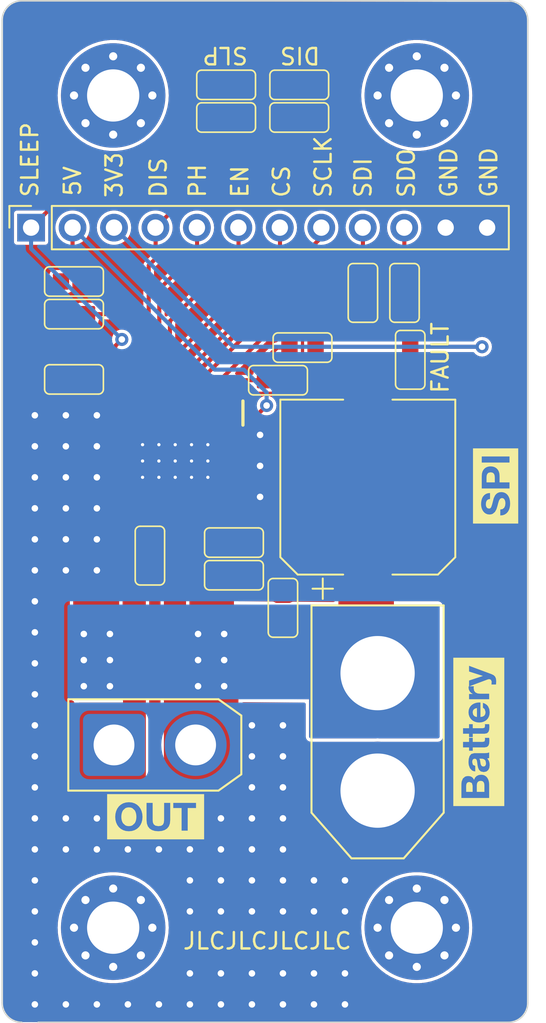
<source format=kicad_pcb>
(kicad_pcb (version 20221018) (generator pcbnew)
  (layers (0 "F.Cu" signal) (31 "B.Cu" signal) (34 "B.Paste" user) (35 "F.Paste" user) (36 "B.SilkS" user "B.Silkscreen") (37 "F.SilkS" user "F.Silkscreen") (38 "B.Mask" user) (39 "F.Mask" user) (44 "Edge.Cuts" user))
  (net 0 "")
  (net 1 "GND")
  (net 2 "+3V3")
  (net 3 "+12V")
  (net 4 "+5V")
  (net 5 "Net-(U1-CPH)")
  (net 6 "Net-(U1-CPL)")
  (net 7 "/OUT1")
  (net 8 "/OUT2")
  (net 9 "/nFAULT")
  (net 10 "/nSLEEP")
  (net 11 "Net-(U1-SRC_1)")
  (net 12 "/M SDO")
  (net 13 "/M SDI")
  (net 14 "/M SCLK")
  (net 15 "/EN{slash}IN1")
  (net 16 "/PH{slash}IN2")
  (net 17 "/DISABLE")
  (net 18 "/M CS")
  (net 19 "Net-(U1-SDO)")
  (net 20 "Net-(U1-SDI)")
  (net 21 "Net-(D1-K)")
  (net 22 "/VCP")
  (net 23 "/IPROPI2")
  (net 24 "/IPROPI1")
  (net 29 "Net-(D2-K)")
  (net 30 "Net-(D3-K)")
  (footprint "MountingHole:MountingHole_3.2mm_M3_Pad_Via" (layer "F.Cu") (at 159.8 82.6)
    (fp_text reference "H4" hide)
    (fp_text value "MountingHole_Pad")
    (pad "1" thru_hole circle (at -2.4 0) (size 0.8 0.8) (drill 0.5) (layers "*.Cu" "*.Mask"))
    (pad "1" thru_hole circle (at -1.697056 -1.697056) (size 0.8 0.8) (drill 0.5) (layers "*.Cu" "*.Mask"))
    (pad "1" thru_hole circle (at -1.697056 1.697056) (size 0.8 0.8) (drill 0.5) (layers "*.Cu" "*.Mask"))
    (pad "1" thru_hole circle (at 0 -2.4) (size 0.8 0.8) (drill 0.5) (layers "*.Cu" "*.Mask"))
    (pad "1" thru_hole circle (at 0 0) (size 6.4 6.4) (drill 3.2) (layers "*.Cu" "*.Mask"))
    (pad "1" thru_hole circle (at 0 2.4) (size 0.8 0.8) (drill 0.5) (layers "*.Cu" "*.Mask"))
    (pad "1" thru_hole circle (at 1.697056 -1.697056) (size 0.8 0.8) (drill 0.5) (layers "*.Cu" "*.Mask"))
    (pad "1" thru_hole circle (at 1.697056 1.697056) (size 0.8 0.8) (drill 0.5) (layers "*.Cu" "*.Mask"))
    (pad "1" thru_hole circle (at 2.4 0) (size 0.8 0.8) (drill 0.5) (layers "*.Cu" "*.Mask"))
  )
  (footprint "test:led0603" (layer "F.Cu") (at 148.12 83.95 180)
    (fp_text reference "D3" hide)
    (fp_text value "LED")
    (pad "1" smd roundrect (at -0.8 0 180) (size 1 1) (layers "F.Cu" "F.Mask") (roundrect_rratio 0.1) (net 30 "Net-(D3-K)"))
    (pad "2" smd roundrect (at 0.8 0 180) (size 1 1) (layers "F.Cu" "F.Mask") (roundrect_rratio 0.1) (net 10 "/nSLEEP"))
  )
  (footprint "test:res0603" (layer "F.Cu") (at 138.8 100 180)
    (fp_text reference "R7" hide)
    (fp_text value "390")
    (pad "1" smd roundrect (at -0.8 0 180) (size 1 1) (layers "F.Cu" "F.Paste" "F.Mask") (roundrect_rratio 0.1) (net 23 "/IPROPI2"))
    (pad "2" smd roundrect (at 0.8 0 180) (size 1 1) (layers "F.Cu" "F.Paste" "F.Mask") (roundrect_rratio 0.1) (net 1 "GND"))
  )
  (footprint "test:res0603" (layer "F.Cu") (at 143.45 110.8 90)
    (fp_text reference "R4" hide)
    (fp_text value "0" hide)
    (pad "1" smd roundrect (at -0.8 0 90) (size 1 1) (layers "F.Cu" "F.Paste" "F.Mask") (roundrect_rratio 0.1) (net 1 "GND"))
    (pad "2" smd roundrect (at 0.8 0 90) (size 1 1) (layers "F.Cu" "F.Paste" "F.Mask") (roundrect_rratio 0.1) (net 11 "Net-(U1-SRC_1)"))
  )
  (footprint "MountingHole:MountingHole_3.2mm_M3_Pad_Via" (layer "F.Cu") (at 141.2 133.6)
    (fp_text reference "H2" hide)
    (fp_text value "MountingHole_Pad")
    (pad "1" thru_hole circle (at -2.4 0) (size 0.8 0.8) (drill 0.5) (layers "*.Cu" "*.Mask"))
    (pad "1" thru_hole circle (at -1.697056 -1.697056) (size 0.8 0.8) (drill 0.5) (layers "*.Cu" "*.Mask"))
    (pad "1" thru_hole circle (at -1.697056 1.697056) (size 0.8 0.8) (drill 0.5) (layers "*.Cu" "*.Mask"))
    (pad "1" thru_hole circle (at 0 -2.4) (size 0.8 0.8) (drill 0.5) (layers "*.Cu" "*.Mask"))
    (pad "1" thru_hole circle (at 0 0) (size 6.4 6.4) (drill 3.2) (layers "*.Cu" "*.Mask"))
    (pad "1" thru_hole circle (at 0 2.4) (size 0.8 0.8) (drill 0.5) (layers "*.Cu" "*.Mask"))
    (pad "1" thru_hole circle (at 1.697056 -1.697056) (size 0.8 0.8) (drill 0.5) (layers "*.Cu" "*.Mask"))
    (pad "1" thru_hole circle (at 1.697056 1.697056) (size 0.8 0.8) (drill 0.5) (layers "*.Cu" "*.Mask"))
    (pad "1" thru_hole circle (at 2.4 0) (size 0.8 0.8) (drill 0.5) (layers "*.Cu" "*.Mask"))
  )
  (footprint "test:led0603" (layer "F.Cu") (at 159.4 98.8 90)
    (fp_text reference "D1" hide)
    (fp_text value "LED")
    (pad "1" smd roundrect (at -0.8 0 90) (size 1 1) (layers "F.Cu" "F.Mask") (roundrect_rratio 0.1) (net 21 "Net-(D1-K)"))
    (pad "2" smd roundrect (at 0.8 0 90) (size 1 1) (layers "F.Cu" "F.Mask") (roundrect_rratio 0.1) (net 2 "+3V3"))
  )
  (footprint "Connector_PinSocket_2.54mm:PinSocket_1x12_P2.54mm_Vertical" (layer "F.Cu") (at 136.17 90.7 90)
    (fp_text reference "J3" hide)
    (fp_text value "Conn_01x12")
    (pad "1" thru_hole rect (at 0 0 90) (size 1.7 1.7) (drill 1) (layers "*.Cu" "*.Mask") (net 10 "/nSLEEP"))
    (pad "2" thru_hole oval (at 0 2.54 90) (size 1.7 1.7) (drill 1) (layers "*.Cu" "*.Mask") (net 4 "+5V"))
    (pad "3" thru_hole oval (at 0 5.08 90) (size 1.7 1.7) (drill 1) (layers "*.Cu" "*.Mask") (net 2 "+3V3"))
    (pad "4" thru_hole oval (at 0 7.62 90) (size 1.7 1.7) (drill 1) (layers "*.Cu" "*.Mask") (net 17 "/DISABLE"))
    (pad "5" thru_hole oval (at 0 10.16 90) (size 1.7 1.7) (drill 1) (layers "*.Cu" "*.Mask") (net 16 "/PH{slash}IN2"))
    (pad "6" thru_hole oval (at 0 12.7 90) (size 1.7 1.7) (drill 1) (layers "*.Cu" "*.Mask") (net 15 "/EN{slash}IN1"))
    (pad "7" thru_hole oval (at 0 15.24 90) (size 1.7 1.7) (drill 1) (layers "*.Cu" "*.Mask") (net 18 "/M CS"))
    (pad "8" thru_hole oval (at 0 17.78 90) (size 1.7 1.7) (drill 1) (layers "*.Cu" "*.Mask") (net 14 "/M SCLK"))
    (pad "9" thru_hole oval (at 0 20.32 90) (size 1.7 1.7) (drill 1) (layers "*.Cu" "*.Mask") (net 13 "/M SDI"))
    (pad "10" thru_hole oval (at 0 22.86 90) (size 1.7 1.7) (drill 1) (layers "*.Cu" "*.Mask") (net 12 "/M SDO"))
    (pad "11" thru_hole oval (at 0 25.4 90) (size 1.7 1.7) (drill 1) (layers "*.Cu" "*.Mask") (net 1 "GND"))
    (pad "12" thru_hole oval (at 0 27.94 90) (size 1.7 1.7) (drill 1) (layers "*.Cu" "*.Mask") (net 1 "GND"))
  )
  (footprint "test:AMASS_XT30-F" (layer "F.Cu") (at 143.75 122.4)
    (fp_text reference "J2" hide)
    (fp_text value "Conn_01x02" hide)
    (pad "1" thru_hole circle (at 2.5 0 180) (size 3.8 3.8) (drill 2.5) (layers "*.Cu" "*.Mask") (net 7 "/OUT1"))
    (pad "2" thru_hole roundrect (at -2.5 0 180) (size 3.8 3.8) (drill 2.5) (layers "*.Cu" "*.Mask") (roundrect_rratio 0.1) (net 8 "/OUT2"))
  )
  (footprint "test:cap0603" (layer "F.Cu") (at 148.6 110)
    (fp_text reference "C5" hide)
    (fp_text value "47n")
    (pad "1" smd roundrect (at -0.8 0) (size 1 1) (layers "F.Cu" "F.Paste" "F.Mask") (roundrect_rratio 0.1) (net 5 "Net-(U1-CPH)"))
    (pad "2" smd roundrect (at 0.8 0) (size 1 1) (layers "F.Cu" "F.Paste" "F.Mask") (roundrect_rratio 0.1) (net 6 "Net-(U1-CPL)"))
  )
  (footprint "MountingHole:MountingHole_3.2mm_M3_Pad_Via" (layer "F.Cu") (at 159.8 133.6)
    (fp_text reference "H3" hide)
    (fp_text value "MountingHole_Pad")
    (pad "1" thru_hole circle (at -2.4 0) (size 0.8 0.8) (drill 0.5) (layers "*.Cu" "*.Mask"))
    (pad "1" thru_hole circle (at -1.697056 -1.697056) (size 0.8 0.8) (drill 0.5) (layers "*.Cu" "*.Mask"))
    (pad "1" thru_hole circle (at -1.697056 1.697056) (size 0.8 0.8) (drill 0.5) (layers "*.Cu" "*.Mask"))
    (pad "1" thru_hole circle (at 0 -2.4) (size 0.8 0.8) (drill 0.5) (layers "*.Cu" "*.Mask"))
    (pad "1" thru_hole circle (at 0 0) (size 6.4 6.4) (drill 3.2) (layers "*.Cu" "*.Mask"))
    (pad "1" thru_hole circle (at 0 2.4) (size 0.8 0.8) (drill 0.5) (layers "*.Cu" "*.Mask"))
    (pad "1" thru_hole circle (at 1.697056 -1.697056) (size 0.8 0.8) (drill 0.5) (layers "*.Cu" "*.Mask"))
    (pad "1" thru_hole circle (at 1.697056 1.697056) (size 0.8 0.8) (drill 0.5) (layers "*.Cu" "*.Mask"))
    (pad "1" thru_hole circle (at 2.4 0) (size 0.8 0.8) (drill 0.5) (layers "*.Cu" "*.Mask"))
  )
  (footprint "test:res0603" (layer "F.Cu") (at 138.8 96 180)
    (fp_text reference "R8" hide)
    (fp_text value "390" hide)
    (pad "1" smd roundrect (at -0.8 0 180) (size 1 1) (layers "F.Cu" "F.Paste" "F.Mask") (roundrect_rratio 0.1) (net 24 "/IPROPI1"))
    (pad "2" smd roundrect (at 0.8 0 180) (size 1 1) (layers "F.Cu" "F.Paste" "F.Mask") (roundrect_rratio 0.1) (net 1 "GND"))
  )
  (footprint "test:SOP65P640X120-25N" (layer "F.Cu") (at 145 105 -90)
    (fp_text reference "U1" hide)
    (fp_text value "DRV8873SPWPRQ1" hide)
    (pad "1" smd roundrect (at -2.938 -3.575) (size 0.45 1.475) (layers "F.Cu" "F.Paste" "F.Mask") (net 4 "+5V"))
    (pad "2" smd roundrect (at -2.938 -2.925) (size 0.45 1.475) (layers "F.Cu" "F.Paste" "F.Mask") (net 9 "/nFAULT"))
    (pad "3" smd roundrect (at -2.938 -2.275) (size 0.45 1.475) (layers "F.Cu" "F.Paste" "F.Mask") (net 19 "Net-(U1-SDO)"))
    (pad "4" smd roundrect (at -2.938 -1.625) (size 0.45 1.475) (layers "F.Cu" "F.Paste" "F.Mask") (net 20 "Net-(U1-SDI)"))
    (pad "5" smd roundrect (at -2.938 -0.975) (size 0.45 1.475) (layers "F.Cu" "F.Paste" "F.Mask") (net 14 "/M SCLK"))
    (pad "6" smd roundrect (at -2.938 -0.325) (size 0.45 1.475) (layers "F.Cu" "F.Paste" "F.Mask") (net 18 "/M CS"))
    (pad "7" smd roundrect (at -2.938 0.325) (size 0.45 1.475) (layers "F.Cu" "F.Paste" "F.Mask") (net 15 "/EN{slash}IN1"))
    (pad "8" smd roundrect (at -2.938 0.975) (size 0.45 1.475) (layers "F.Cu" "F.Paste" "F.Mask") (net 16 "/PH{slash}IN2"))
    (pad "9" smd roundrect (at -2.938 1.625) (size 0.45 1.475) (layers "F.Cu" "F.Paste" "F.Mask") (net 17 "/DISABLE"))
    (pad "10" smd roundrect (at -2.938 2.275) (size 0.45 1.475) (layers "F.Cu" "F.Paste" "F.Mask") (net 24 "/IPROPI1"))
    (pad "11" smd roundrect (at -2.938 2.925) (size 0.45 1.475) (layers "F.Cu" "F.Paste" "F.Mask") (net 10 "/nSLEEP"))
    (pad "12" smd roundrect (at -2.938 3.575) (size 0.45 1.475) (layers "F.Cu" "F.Paste" "F.Mask") (net 23 "/IPROPI2"))
    (pad "13" smd roundrect (at 2.938 3.575) (size 0.45 1.475) (layers "F.Cu" "F.Paste" "F.Mask") (net 3 "+12V"))
    (pad "14" smd roundrect (at 2.938 2.925) (size 0.45 1.475) (layers "F.Cu" "F.Paste" "F.Mask") (net 8 "/OUT2"))
    (pad "15" smd roundrect (at 2.938 2.275) (size 0.45 1.475) (layers "F.Cu" "F.Paste" "F.Mask") (net 8 "/OUT2"))
    (pad "16" smd roundrect (at 2.938 1.625) (size 0.45 1.475) (layers "F.Cu" "F.Paste" "F.Mask") (net 11 "Net-(U1-SRC_1)"))
    (pad "17" smd roundrect (at 2.938 0.975) (size 0.45 1.475) (layers "F.Cu" "F.Paste" "F.Mask") (net 11 "Net-(U1-SRC_1)"))
    (pad "18" smd roundrect (at 2.938 0.325) (size 0.45 1.475) (layers "F.Cu" "F.Paste" "F.Mask") (net 7 "/OUT1"))
    (pad "19" smd roundrect (at 2.938 -0.325) (size 0.45 1.475) (layers "F.Cu" "F.Paste" "F.Mask") (net 7 "/OUT1"))
    (pad "20" smd roundrect (at 2.938 -0.975) (size 0.45 1.475) (layers "F.Cu" "F.Paste" "F.Mask") (net 3 "+12V"))
    (pad "21" smd roundrect (at 2.938 -1.625) (size 0.45 1.475) (layers "F.Cu" "F.Paste" "F.Mask") (net 22 "/VCP"))
    (pad "22" smd roundrect (at 2.938 -2.275) (size 0.45 1.475) (layers "F.Cu" "F.Paste" "F.Mask") (net 5 "Net-(U1-CPH)"))
    (pad "23" smd roundrect (at 2.938 -2.925) (size 0.45 1.475) (layers "F.Cu" "F.Paste" "F.Mask") (net 6 "Net-(U1-CPL)"))
    (pad "24" smd roundrect (at 2.938 -3.575) (size 0.45 1.475) (layers "F.Cu" "F.Paste" "F.Mask") (net 1 "GND"))
    (pad "25" thru_hole circle (at -1 -2 270) (size 0.4 0.4) (drill 0.2) (layers "*.Cu" "*.Mask") (net 1 "GND"))
    (pad "25" thru_hole circle (at -1 -1 270) (size 0.4 0.4) (drill 0.2) (layers "*.Cu" "*.Mask") (net 1 "GND"))
    (pad "25" thru_hole circle (at -1 0 270) (size 0.4 0.4) (drill 0.2) (layers "*.Cu" "*.Mask") (net 1 "GND"))
    (pad "25" thru_hole circle (at -1 1 270) (size 0.4 0.4) (drill 0.2) (layers "*.Cu" "*.Mask") (net 1 "GND"))
    (pad "25" thru_hole circle (at -1 2 270) (size 0.4 0.4) (drill 0.2) (layers "*.Cu" "*.Mask") (net 1 "GND"))
    (pad "25" thru_hole circle (at 0 -2 270) (size 0.4 0.4) (drill 0.2) (layers "*.Cu" "*.Mask") (net 1 "GND"))
    (pad "25" thru_hole circle (at 0 -1 270) (size 0.4 0.4) (drill 0.2) (layers "*.Cu" "*.Mask") (net 1 "GND"))
    (pad "25" thru_hole circle (at 0 0 270) (size 0.4 0.4) (drill 0.2) (layers "*.Cu" "*.Mask") (net 1 "GND"))
    (pad "25" smd roundrect (at 0 0 270) (size 3.2 5.2) (layers "F.Cu" "F.Paste" "F.Mask") (roundrect_rratio 0.05) (net 1 "GND"))
    (pad "25" thru_hole circle (at 0 1 270) (size 0.4 0.4) (drill 0.2) (layers "*.Cu" "*.Mask") (net 1 "GND"))
    (pad "25" thru_hole circle (at 0 2 270) (size 0.4 0.4) (drill 0.2) (layers "*.Cu" "*.Mask") (net 1 "GND"))
    (pad "25" thru_hole circle (at 1 -2 270) (size 0.4 0.4) (drill 0.2) (layers "*.Cu" "*.Mask") (net 1 "GND"))
    (pad "25" thru_hole circle (at 1 -1 270) (size 0.4 0.4) (drill 0.2) (layers "*.Cu" "*.Mask") (net 1 "GND"))
    (pad "25" thru_hole circle (at 1 0 270) (size 0.4 0.4) (drill 0.2) (layers "*.Cu" "*.Mask") (net 1 "GND"))
    (pad "25" thru_hole circle (at 1 1 270) (size 0.4 0.4) (drill 0.2) (layers "*.Cu" "*.Mask") (net 1 "GND"))
    (pad "25" thru_hole circle (at 1 2 270) (size 0.4 0.4) (drill 0.2) (layers "*.Cu" "*.Mask") (net 1 "GND"))
  )
  (footprint "test:res0603" (layer "F.Cu") (at 148.12 81.95 180)
    (fp_text reference "R9" hide)
    (fp_text value "330")
    (pad "1" smd roundrect (at -0.8 0 180) (size 1 1) (layers "F.Cu" "F.Paste" "F.Mask") (roundrect_rratio 0.1) (net 30 "Net-(D3-K)"))
    (pad "2" smd roundrect (at 0.8 0 180) (size 1 1) (layers "F.Cu" "F.Paste" "F.Mask") (roundrect_rratio 0.1) (net 1 "GND"))
  )
  (footprint "test:cap0603" (layer "F.Cu") (at 138.8 94)
    (fp_text reference "C2" hide)
    (fp_text value "1u")
    (pad "1" smd roundrect (at -0.8 0) (size 1 1) (layers "F.Cu" "F.Paste" "F.Mask") (roundrect_rratio 0.1) (net 4 "+5V"))
    (pad "2" smd roundrect (at 0.8 0) (size 1 1) (layers "F.Cu" "F.Paste" "F.Mask") (roundrect_rratio 0.1) (net 1 "GND"))
  )
  (footprint "test:res0603" (layer "F.Cu") (at 159.05 94.7 90)
    (fp_text reference "R5" hide)
    (fp_text value "0" hide)
    (pad "1" smd roundrect (at -0.8 0 90) (size 1 1) (layers "F.Cu" "F.Paste" "F.Mask") (roundrect_rratio 0.1) (net 19 "Net-(U1-SDO)"))
    (pad "2" smd roundrect (at 0.8 0 90) (size 1 1) (layers "F.Cu" "F.Paste" "F.Mask") (roundrect_rratio 0.1) (net 12 "/M SDO"))
  )
  (footprint "test:cap0603" (layer "F.Cu") (at 151.6 114 90)
    (fp_text reference "C4" hide)
    (fp_text value "0u1")
    (pad "1" smd roundrect (at -0.8 0 90) (size 1 1) (layers "F.Cu" "F.Paste" "F.Mask") (roundrect_rratio 0.1) (net 3 "+12V"))
    (pad "2" smd roundrect (at 0.8 0 90) (size 1 1) (layers "F.Cu" "F.Paste" "F.Mask") (roundrect_rratio 0.1) (net 1 "GND"))
  )
  (footprint "test:res0603" (layer "F.Cu") (at 152.8 98.05 180)
    (fp_text reference "R2" hide)
    (fp_text value "10K" hide)
    (pad "1" smd roundrect (at -0.8 0 180) (size 1 1) (layers "F.Cu" "F.Paste" "F.Mask") (roundrect_rratio 0.1) (net 2 "+3V3"))
    (pad "2" smd roundrect (at 0.8 0 180) (size 1 1) (layers "F.Cu" "F.Paste" "F.Mask") (roundrect_rratio 0.1) (net 9 "/nFAULT"))
  )
  (footprint "test:cap0603" (layer "F.Cu") (at 148.6 112)
    (fp_text reference "C1" hide)
    (fp_text value "1u")
    (pad "1" smd roundrect (at -0.8 0) (size 1 1) (layers "F.Cu" "F.Paste" "F.Mask") (roundrect_rratio 0.1) (net 3 "+12V"))
    (pad "2" smd roundrect (at 0.8 0) (size 1 1) (layers "F.Cu" "F.Paste" "F.Mask") (roundrect_rratio 0.1) (net 22 "/VCP"))
  )
  (footprint "test:res0603" (layer "F.Cu") (at 151.3 100.05 180)
    (fp_text reference "R1" hide)
    (fp_text value "330" hide)
    (pad "1" smd roundrect (at -0.8 0 180) (size 1 1) (layers "F.Cu" "F.Paste" "F.Mask") (roundrect_rratio 0.1) (net 21 "Net-(D1-K)"))
    (pad "2" smd roundrect (at 0.8 0 180) (size 1 1) (layers "F.Cu" "F.Paste" "F.Mask") (roundrect_rratio 0.1) (net 9 "/nFAULT"))
  )
  (footprint "kibuzzard-6569A174" (layer "F.Cu") (at 143.8 126.8)
    (fp_text reference "kibuzzard-6569A174" hide)
    (fp_text value "G***" hide)
  )
  (footprint "test:res0603" (layer "F.Cu") (at 152.6 81.95 180)
    (fp_text reference "R3" hide)
    (fp_text value "330" hide)
    (pad "1" smd roundrect (at -0.8 0 180) (size 1 1) (layers "F.Cu" "F.Paste" "F.Mask") (roundrect_rratio 0.1) (net 29 "Net-(D2-K)"))
    (pad "2" smd roundrect (at 0.8 0 180) (size 1 1) (layers "F.Cu" "F.Paste" "F.Mask") (roundrect_rratio 0.1) (net 1 "GND"))
  )
  (footprint "test:AMASS_XT60-M" (layer "F.Cu") (at 157.4 121.6 -90)
    (fp_text reference "J1" hide)
    (fp_text value "Conn_01x02" hide)
    (pad "1" thru_hole circle (at 3.6 0 270) (size 6 6) (drill 4.55) (layers "*.Cu" "*.Mask") (net 1 "GND"))
    (pad "2" thru_hole rect (at -3.6 0 270) (size 6 6) (drill 4.55) (layers "*.Cu" "*.Mask") (net 3 "+12V"))
  )
  (footprint "test:led0603" (layer "F.Cu") (at 152.6 83.95 180)
    (fp_text reference "D2" hide)
    (fp_text value "LED")
    (pad "1" smd roundrect (at -0.8 0 180) (size 1 1) (layers "F.Cu" "F.Mask") (roundrect_rratio 0.1) (net 29 "Net-(D2-K)"))
    (pad "2" smd roundrect (at 0.8 0 180) (size 1 1) (layers "F.Cu" "F.Mask") (roundrect_rratio 0.1) (net 17 "/DISABLE"))
  )
  (footprint "Capacitor_SMD:CP_Elec_10x10.5" (layer "F.Cu") (at 156.8 106.599999 90)
    (fp_text reference "C3" hide)
    (fp_text value "470u")
    (pad "1" smd roundrect (at -4.2 0 90) (size 4.4 2.5) (layers "F.Cu" "F.Paste" "F.Mask") (roundrect_rratio 0.1) (net 3 "+12V"))
    (pad "2" smd roundrect (at 4.2 0 90) (size 4.4 2.5) (layers "F.Cu" "F.Paste" "F.Mask") (roundrect_rratio 0.1) (net 1 "GND"))
  )
  (footprint "kibuzzard-6569A163" (layer "F.Cu") (at 163.6 121.6 90)
    (fp_text reference "kibuzzard-6569A163" hide)
    (fp_text value "G***" hide)
  )
  (footprint "test:res0603" (layer "F.Cu") (at 156.5 94.7 -90)
    (fp_text reference "R6" hide)
    (fp_text value "0" hide)
    (pad "1" smd roundrect (at -0.8 0 270) (size 1 1) (layers "F.Cu" "F.Paste" "F.Mask") (roundrect_rratio 0.1) (net 13 "/M SDI"))
    (pad "2" smd roundrect (at 0.8 0 270) (size 1 1) (layers "F.Cu" "F.Paste" "F.Mask") (roundrect_rratio 0.1) (net 20 "Net-(U1-SDI)"))
  )
  (footprint "MountingHole:MountingHole_3.2mm_M3_Pad_Via" (layer "F.Cu") (at 141.2 82.6)
    (fp_text reference "H1" hide)
    (fp_text value "MountingHole_Pad")
    (pad "1" thru_hole circle (at -2.4 0) (size 0.8 0.8) (drill 0.5) (layers "*.Cu" "*.Mask"))
    (pad "1" thru_hole circle (at -1.697056 -1.697056) (size 0.8 0.8) (drill 0.5) (layers "*.Cu" "*.Mask"))
    (pad "1" thru_hole circle (at -1.697056 1.697056) (size 0.8 0.8) (drill 0.5) (layers "*.Cu" "*.Mask"))
    (pad "1" thru_hole circle (at 0 -2.4) (size 0.8 0.8) (drill 0.5) (layers "*.Cu" "*.Mask"))
    (pad "1" thru_hole circle (at 0 0) (size 6.4 6.4) (drill 3.2) (layers "*.Cu" "*.Mask"))
    (pad "1" thru_hole circle (at 0 2.4) (size 0.8 0.8) (drill 0.5) (layers "*.Cu" "*.Mask"))
    (pad "1" thru_hole circle (at 1.697056 -1.697056) (size 0.8 0.8) (drill 0.5) (layers "*.Cu" "*.Mask"))
    (pad "1" thru_hole circle (at 1.697056 1.697056) (size 0.8 0.8) (drill 0.5) (layers "*.Cu" "*.Mask"))
    (pad "1" thru_hole circle (at 2.4 0) (size 0.8 0.8) (drill 0.5) (layers "*.Cu" "*.Mask"))
  )
  (footprint "kibuzzard-656D5CE4" (layer "F.Cu") (at 164.63 106.53 90)
    (fp_text reference "kibuzzard-656D5CE4" hide)
    (fp_text value "G***" hide)
  )
  (gr_line (start 166.6 78) (end 166.6 138.2) (stroke (width 0.1)) (layer "Edge.Cuts"))
  (gr_line (start 134.4 138.2) (end 134.4 78) (stroke (width 0.1)) (layer "Edge.Cuts"))
  (gr_line (start 165.4 139.4) (end 136.6 139.4) (stroke (width 0.1)) (layer "Edge.Cuts"))
  (gr_arc (start 165.4 76.8) (mid 166.248528 77.151472) (end 166.6 78) (stroke (width 0.1)) (layer "Edge.Cuts"))
  (gr_line (start 135.6 76.8) (end 165.4 76.8) (stroke (width 0.1)) (layer "Edge.Cuts"))
  (gr_arc (start 135.6 139.4) (mid 134.751472 139.048528) (end 134.4 138.2) (stroke (width 0.1)) (layer "Edge.Cuts"))
  (gr_arc (start 134.4 78) (mid 134.751472 77.151472) (end 135.6 76.8) (stroke (width 0.1)) (layer "Edge.Cuts"))
  (gr_arc (start 166.6 138.2) (mid 166.248528 139.048528) (end 165.4 139.4) (stroke (width 0.1)) (layer "Edge.Cuts"))
  (gr_text "EN" (at 149.55 88.95 90) (layer "F.SilkS") (effects (font (size 1 1)) (justify left bottom)))
  (gr_text "GND" (at 164.8 88.94 90) (layer "F.SilkS") (effects (font (size 1 1)) (justify left bottom)))
  (gr_text "FAULT" (at 161.82 100.94 90) (layer "F.SilkS") (effects (font (size 1 1)) (justify left bottom)))
  (gr_text "PH" (at 146.95 88.95 90) (layer "F.SilkS") (effects (font (size 1 1)) (justify left bottom)))
  (gr_text "DIS" (at 153.96 79.56 180) (layer "F.SilkS") (effects (font (size 1 1)) (justify left bottom)))
  (gr_text "SLP" (at 149.54 79.56 180) (layer "F.SilkS") (effects (font (size 1 1)) (justify left bottom)))
  (gr_text "SCLK" (at 154.65 88.95 90) (layer "F.SilkS") (effects (font (size 1 1)) (justify left bottom)))
  (gr_text "SDO" (at 159.75 88.95 90) (layer "F.SilkS") (effects (font (size 1 1)) (justify left bottom)))
  (gr_text "SDI" (at 157.1 88.95 90) (layer "F.SilkS") (effects (font (size 1 1)) (justify left bottom)))
  (gr_text "5V" (at 139.3 88.85 90) (layer "F.SilkS") (effects (font (size 1 1)) (justify left bottom)))
  (gr_text "CS" (at 152.1 88.95 90) (layer "F.SilkS") (effects (font (size 1 1)) (justify left bottom)))
  (gr_text "GND" (at 162.35 88.95 90) (layer "F.SilkS") (effects (font (size 1 1)) (justify left bottom)))
  (gr_text "SLEEP" (at 136.68 88.92 90) (layer "F.SilkS") (effects (font (size 1 1)) (justify left bottom)))
  (gr_text "JLCJLCJLCJLC" (at 145.4 135) (layer "F.SilkS") (effects (font (size 1 1)) (justify left bottom)))
  (gr_text "3V3" (at 141.85 88.95 90) (layer "F.SilkS") (effects (font (size 1 1)) (justify left bottom)))
  (gr_text "DIS" (at 144.55 88.95 90) (layer "F.SilkS") (effects (font (size 1 1)) (justify left bottom)))
  (via (at 149.7 121.2) (size 0.8) (drill 0.4) (layers "F.Cu" "B.Cu") (net 1))
  (via (at 155.400001 132.6) (size 0.8) (drill 0.4) (layers "F.Cu" "B.Cu") (net 1))
  (via (at 136.4 123.1) (size 0.8) (drill 0.4) (layers "F.Cu" "B.Cu") (net 1))
  (via (at 151.6 126.9) (size 0.8) (drill 0.4) (layers "F.Cu" "B.Cu") (net 1))
  (via (at 140.2 128.8) (size 0.8) (drill 0.4) (layers "F.Cu" "B.Cu") (net 1))
  (via (at 138.3 102.2) (size 0.8) (drill 0.4) (layers "F.Cu" "B.Cu") (net 1))
  (via (at 136.4 106) (size 0.8) (drill 0.4) (layers "F.Cu" "B.Cu") (net 1))
  (via (at 136.4 134.5) (size 0.8) (drill 0.4) (layers "F.Cu" "B.Cu") (net 1))
  (via (at 140.2 104.1) (size 0.8) (drill 0.4) (layers "F.Cu" "B.Cu") (net 1))
  (via (at 136.4 107.9) (size 0.8) (drill 0.4) (layers "F.Cu" "B.Cu") (net 1))
  (via (at 136.399999 138.3) (size 0.8) (drill 0.4) (layers "F.Cu" "B.Cu") (net 1))
  (via (at 138.3 126.9) (size 0.8) (drill 0.4) (layers "F.Cu" "B.Cu") (net 1))
  (via (at 140.2 106) (size 0.8) (drill 0.4) (layers "F.Cu" "B.Cu") (net 1))
  (via (at 138.3 107.9) (size 0.8) (drill 0.4) (layers "F.Cu" "B.Cu") (net 1))
  (via (at 151.6 125) (size 0.8) (drill 0.4) (layers "F.Cu" "B.Cu") (net 1))
  (via (at 151.6 136.4) (size 0.8) (drill 0.4) (layers "F.Cu" "B.Cu") (net 1))
  (via (at 140.2 102.2) (size 0.8) (drill 0.4) (layers "F.Cu" "B.Cu") (net 1))
  (via (at 136.4 119.3) (size 0.8) (drill 0.4) (layers "F.Cu" "B.Cu") (net 1))
  (via (at 138.3 138.3) (size 0.8) (drill 0.4) (layers "F.Cu" "B.Cu") (net 1))
  (via (at 144 138.3) (size 0.8) (drill 0.4) (layers "F.Cu" "B.Cu") (net 1))
  (via (at 144 128.8) (size 0.8) (drill 0.4) (layers "F.Cu" "B.Cu") (net 1))
  (via (at 142.1 128.8) (size 0.8) (drill 0.4) (layers "F.Cu" "B.Cu") (net 1))
  (via (at 150.2 107.2) (size 0.8) (drill 0.4) (layers "F.Cu" "B.Cu") (net 1))
  (via (at 145.9 138.3) (size 0.8) (drill 0.4) (layers "F.Cu" "B.Cu") (net 1))
  (via (at 136.4 113.6) (size 0.8) (drill 0.4) (layers "F.Cu" "B.Cu") (net 1))
  (via (at 150.2 105.3) (size 0.8) (drill 0.4) (layers "F.Cu" "B.Cu") (net 1))
  (via (at 138.3 104.1) (size 0.8) (drill 0.4) (layers "F.Cu" "B.Cu") (net 1))
  (via (at 147.8 138.3) (size 0.8) (drill 0.4) (layers "F.Cu" "B.Cu") (net 1))
  (via (at 136.4 130.7) (size 0.8) (drill 0.4) (layers "F.Cu" "B.Cu") (net 1))
  (via (at 147.799999 128.8) (size 0.8) (drill 0.4) (layers "F.Cu" "B.Cu") (net 1))
  (via (at 145.9 136.4) (size 0.8) (drill 0.4) (layers "F.Cu" "B.Cu") (net 1))
  (via (at 149.7 136.4) (size 0.8) (drill 0.4) (layers "F.Cu" "B.Cu") (net 1))
  (via (at 136.4 117.4) (size 0.8) (drill 0.4) (layers "F.Cu" "B.Cu") (net 1))
  (via (at 140.2 126.9) (size 0.8) (drill 0.4) (layers "F.Cu" "B.Cu") (net 1))
  (via (at 136.4 109.8) (size 0.8) (drill 0.4) (layers "F.Cu" "B.Cu") (net 1))
  (via (at 138.3 128.8) (size 0.8) (drill 0.4) (layers "F.Cu" "B.Cu") (net 1))
  (via (at 153.5 138.3) (size 0.8) (drill 0.4) (layers "F.Cu" "B.Cu") (net 1))
  (via (at 149.7 132.6) (size 0.8) (drill 0.4) (layers "F.Cu" "B.Cu") (net 1))
  (via (at 136.4 126.9) (size 0.8) (drill 0.4) (layers "F.Cu" "B.Cu") (net 1))
  (via (at 147.8 130.7) (size 0.8) (drill 0.4) (layers "F.Cu" "B.Cu") (net 1))
  (via (at 153.5 136.4) (size 0.8) (drill 0.4) (layers "F.Cu" "B.Cu") (net 1))
  (via (at 136.4 136.4) (size 0.8) (drill 0.4) (layers "F.Cu" "B.Cu") (net 1))
  (via (at 136.4 104.1) (size 0.8) (drill 0.4) (layers "F.Cu" "B.Cu") (net 1))
  (via (at 155.400001 130.7) (size 0.8) (drill 0.4) (layers "F.Cu" "B.Cu") (net 1))
  (via (at 136.4 121.2) (size 0.8) (drill 0.4) (layers "F.Cu" "B.Cu") (net 1))
  (via (at 142.1 138.3) (size 0.8) (drill 0.4) (layers "F.Cu" "B.Cu") (net 1))
  (via (at 145.9 130.7) (size 0.8) (drill 0.4) (layers "F.Cu" "B.Cu") (net 1))
  (via (at 145.9 132.6) (size 0.8) (drill 0.4) (layers "F.Cu" "B.Cu") (net 1))
  (via (at 138.3 109.8) (size 0.8) (drill 0.4) (layers "F.Cu" "B.Cu") (net 1))
  (via (at 153.5 130.7) (size 0.8) (drill 0.4) (layers "F.Cu" "B.Cu") (net 1))
  (via (at 136.4 128.8) (size 0.8) (drill 0.4) (layers "F.Cu" "B.Cu") (net 1))
  (via (at 147.8 126.9) (size 0.8) (drill 0.4) (layers "F.Cu" "B.Cu") (net 1))
  (via (at 149.7 126.9) (size 0.8) (drill 0.4) (layers "F.Cu" "B.Cu") (net 1))
  (via (at 147.8 136.4) (size 0.8) (drill 0.4) (layers "F.Cu" "B.Cu") (net 1))
  (via (at 140.2 111.7) (size 0.8) (drill 0.4) (layers "F.Cu" "B.Cu") (net 1))
  (via (at 136.4 125) (size 0.8) (drill 0.4) (layers "F.Cu" "B.Cu") (net 1))
  (via (at 155.400001 138.3) (size 0.8) (drill 0.4) (layers "F.Cu" "B.Cu") (net 1))
  (via (at 149.7 123.1) (size 0.8) (drill 0.4) (layers "F.Cu" "B.Cu") (net 1))
  (via (at 149.7 138.3) (size 0.8) (drill 0.4) (layers "F.Cu" "B.Cu") (net 1))
  (via (at 136.4 132.6) (size 0.8) (drill 0.4) (layers "F.Cu" "B.Cu") (net 1))
  (via (at 138.3 111.7) (size 0.8) (drill 0.4) (layers "F.Cu" "B.Cu") (net 1))
  (via (at 155.400001 136.4) (size 0.8) (drill 0.4) (layers "F.Cu" "B.Cu") (net 1))
  (via (at 145.900001 128.8) (size 0.8) (drill 0.4) (layers "F.Cu" "B.Cu") (net 1))
  (via (at 140.2 109.8) (size 0.8) (drill 0.4) (layers "F.Cu" "B.Cu") (net 1))
  (via (at 140.2 107.9) (size 0.8) (drill 0.4) (layers "F.Cu" "B.Cu") (net 1))
  (via (at 138.3 106) (size 0.8) (drill 0.4) (layers "F.Cu" "B.Cu") (net 1))
  (via (at 147.8 132.6) (size 0.8) (drill 0.4) (layers "F.Cu" "B.Cu") (net 1))
  (via (at 149.7 130.7) (size 0.8) (drill 0.4) (layers "F.Cu" "B.Cu") (net 1))
  (via (at 149.7 128.8) (size 0.8) (drill 0.4) (layers "F.Cu" "B.Cu") (net 1))
  (via (at 149.7 125) (size 0.8) (drill 0.4) (layers "F.Cu" "B.Cu") (net 1))
  (via (at 151.6 123.1) (size 0.8) (drill 0.4) (layers "F.Cu" "B.Cu") (net 1))
  (via (at 151.6 138.3) (size 0.8) (drill 0.4) (layers "F.Cu" "B.Cu") (net 1))
  (via (at 150.2 103.4) (size 0.8) (drill 0.4) (layers "F.Cu" "B.Cu") (net 1))
  (via (at 153.5 132.6) (size 0.8) (drill 0.4) (layers "F.Cu" "B.Cu") (net 1))
  (via (at 136.4 115.5) (size 0.8) (drill 0.4) (layers "F.Cu" "B.Cu") (net 1))
  (via (at 151.6 132.6) (size 0.8) (drill 0.4) (layers "F.Cu" "B.Cu") (net 1))
  (via (at 136.4 111.7) (size 0.8) (drill 0.4) (layers "F.Cu" "B.Cu") (net 1))
  (via (at 151.6 128.8) (size 0.8) (drill 0.4) (layers "F.Cu" "B.Cu") (net 1))
  (via (at 136.4 102.2) (size 0.8) (drill 0.4) (layers "F.Cu" "B.Cu") (net 1))
  (via (at 151.6 130.7) (size 0.8) (drill 0.4) (layers "F.Cu" "B.Cu") (net 1))
  (via (at 151.6 121.2) (size 0.8) (drill 0.4) (layers "F.Cu" "B.Cu") (net 1))
  (via (at 140.2 138.3) (size 0.8) (drill 0.4) (layers "F.Cu" "B.Cu") (net 1))
  (segment (start 153.6 98.05) (end 153.65 98) (width 0.25) (layer "F.Cu") (net 2))
  (segment (start 153.65 98) (end 159.4 98) (width 0.25) (layer "F.Cu") (net 2))
  (segment (start 159.4 98) (end 163.8 98) (width 0.25) (layer "F.Cu") (net 2))
  (via (at 163.8 98) (size 0.8) (drill 0.4) (layers "F.Cu" "B.Cu") (net 2))
  (segment (start 148.56 98) (end 141.26 90.7) (width 0.25) (layer "B.Cu") (net 2))
  (segment (start 163.8 98) (end 148.56 98) (width 0.25) (layer "B.Cu") (net 2))
  (via (at 139.4 118.8) (size 0.8) (drill 0.4) (layers "F.Cu" "B.Cu") (net 3))
  (via (at 148 118.8) (size 0.8) (drill 0.4) (layers "F.Cu" "B.Cu") (net 3))
  (via (at 148 115.6) (size 0.8) (drill 0.4) (layers "F.Cu" "B.Cu") (net 3))
  (via (at 146.4 117.2) (size 0.8) (drill 0.4) (layers "F.Cu" "B.Cu") (net 3))
  (via (at 146.4 118.8) (size 0.8) (drill 0.4) (layers "F.Cu" "B.Cu") (net 3))
  (via (at 141 117.2) (size 0.8) (drill 0.4) (layers "F.Cu" "B.Cu") (net 3))
  (via (at 139.4 115.6) (size 0.8) (drill 0.4) (layers "F.Cu" "B.Cu") (net 3))
  (via (at 141 115.6) (size 0.8) (drill 0.4) (layers "F.Cu" "B.Cu") (net 3))
  (via (at 146.4 115.6) (size 0.8) (drill 0.4) (layers "F.Cu" "B.Cu") (net 3))
  (via (at 148 117.2) (size 0.8) (drill 0.4) (layers "F.Cu" "B.Cu") (net 3))
  (via (at 141 118.8) (size 0.8) (drill 0.4) (layers "F.Cu" "B.Cu") (net 3))
  (via (at 139.4 117.2) (size 0.8) (drill 0.4) (layers "F.Cu" "B.Cu") (net 3))
  (segment (start 138 94) (end 138.71 93.29) (width 0.25) (layer "F.Cu") (net 4))
  (segment (start 150.138 102.062) (end 148.575 102.062) (width 0.25) (layer "F.Cu") (net 4))
  (segment (start 150.6 101.6) (end 150.138 102.062) (width 0.25) (layer "F.Cu") (net 4))
  (segment (start 138.71 93.29) (end 138.71 90.7) (width 0.25) (layer "F.Cu") (net 4))
  (via (at 150.6 101.6) (size 0.8) (drill 0.4) (layers "F.Cu" "B.Cu") (net 4))
  (segment (start 147.42 99.4) (end 138.72 90.7) (width 0.25) (layer "B.Cu") (net 4))
  (segment (start 150.6 101.6) (end 150.6 100.8) (width 0.25) (layer "B.Cu") (net 4))
  (segment (start 149.2 99.4) (end 147.42 99.4) (width 0.25) (layer "B.Cu") (net 4))
  (segment (start 150.6 100.8) (end 149.2 99.4) (width 0.25) (layer "B.Cu") (net 4))
  (segment (start 147.275 107.938) (end 147.275 109.475) (width 0.25) (layer "F.Cu") (net 5))
  (segment (start 147.275 109.475) (end 147.8 110) (width 0.25) (layer "F.Cu") (net 5))
  (segment (start 148 109.1) (end 149 109.1) (width 0.25) (layer "F.Cu") (net 6))
  (segment (start 149 109.1) (end 149.4 109.5) (width 0.25) (layer "F.Cu") (net 6))
  (segment (start 147.925 109.025) (end 148 109.1) (width 0.25) (layer "F.Cu") (net 6))
  (segment (start 147.925 107.938) (end 147.925 109.025) (width 0.25) (layer "F.Cu") (net 6))
  (segment (start 149.4 109.5) (end 149.4 110) (width 0.25) (layer "F.Cu") (net 6))
  (segment (start 150.5 98.8) (end 151.25 98.05) (width 0.25) (layer "F.Cu") (net 9))
  (segment (start 150.5 100.05) (end 150.5 98.8) (width 0.25) (layer "F.Cu") (net 9))
  (segment (start 147.925 100.975) (end 148.85 100.05) (width 0.25) (layer "F.Cu") (net 9))
  (segment (start 151.25 98.05) (end 152 98.05) (width 0.25) (layer "F.Cu") (net 9))
  (segment (start 148.85 100.05) (end 150.5 100.05) (width 0.25) (layer "F.Cu") (net 9))
  (segment (start 147.925 102.062) (end 147.925 100.975) (width 0.25) (layer "F.Cu") (net 9))
  (segment (start 141.33 97.95) (end 141.33 98.68) (width 0.25) (layer "F.Cu") (net 10))
  (segment (start 139.71 87.16) (end 136.17 90.7) (width 0.25) (layer "F.Cu") (net 10))
  (segment (start 147.32 83.95) (end 144.11 87.16) (width 0.25) (layer "F.Cu") (net 10))
  (segment (start 141.33 98.68) (end 142.075 99.425) (width 0.25) (layer "F.Cu") (net 10))
  (segment (start 139.6 98) (end 140.65 98) (width 0.25) (layer "F.Cu") (net 10))
  (segment (start 141.73 97.55) (end 141.33 97.95) (width 0.25) (layer "F.Cu") (net 10))
  (segment (start 144.11 87.16) (end 139.71 87.16) (width 0.25) (layer "F.Cu") (net 10))
  (segment (start 142.075 99.425) (end 142.075 102.062) (width 0.25) (layer "F.Cu") (net 10))
  (segment (start 140.65 98) (end 141.33 98.68) (width 0.25) (layer "F.Cu") (net 10))
  (via (at 141.73 97.55) (size 0.8) (drill 0.4) (layers "F.Cu" "B.Cu") (net 10))
  (segment (start 141.73 97.55) (end 136.17 91.99) (width 0.25) (layer "B.Cu") (net 10))
  (segment (start 136.17 91.99) (end 136.17 90.7) (width 0.25) (layer "B.Cu") (net 10))
  (segment (start 159.04 93.89) (end 159.05 93.9) (width 0.25) (layer "F.Cu") (net 12))
  (segment (start 159.04 90.7) (end 159.04 93.89) (width 0.25) (layer "F.Cu") (net 12))
  (segment (start 156.5 90.7) (end 156.5 93.9) (width 0.25) (layer "F.Cu") (net 13))
  (segment (start 153.96 90.7) (end 153.96 91.29) (width 0.25) (layer "F.Cu") (net 14))
  (segment (start 145.975 99.275) (end 145.975 102.062) (width 0.25) (layer "F.Cu") (net 14))
  (segment (start 153.96 91.29) (end 145.975 99.275) (width 0.25) (layer "F.Cu") (net 14))
  (segment (start 148.88 90.7) (end 148.88 92.22) (width 0.25) (layer "F.Cu") (net 15))
  (segment (start 148.88 92.22) (end 144.675 96.425) (width 0.25) (layer "F.Cu") (net 15))
  (segment (start 144.675 96.425) (end 144.675 102.062) (width 0.25) (layer "F.Cu") (net 15))
  (segment (start 144.025 102.062) (end 144.025 94.475) (width 0.25) (layer "F.Cu") (net 16))
  (segment (start 146.34 92.16) (end 146.34 90.7) (width 0.25) (layer "F.Cu") (net 16))
  (segment (start 144.025 94.475) (end 146.34 92.16) (width 0.25) (layer "F.Cu") (net 16))
  (segment (start 151.8 83.95) (end 150.975 84.775) (width 0.25) (layer "F.Cu") (net 17))
  (segment (start 143.8 90.7) (end 143.8 92.6) (width 0.25) (layer "F.Cu") (net 17))
  (segment (start 143.375 93.025) (end 143.375 102.062) (width 0.25) (layer "F.Cu") (net 17))
  (segment (start 143.8 92.6) (end 143.375 93.025) (width 0.25) (layer "F.Cu") (net 17))
  (segment (start 149.715 84.775) (end 143.79 90.7) (width 0.25) (layer "F.Cu") (net 17))
  (segment (start 150.975 84.775) (end 149.715 84.775) (width 0.25) (layer "F.Cu") (net 17))
  (segment (start 151.42 92.13) (end 145.325 98.225) (width 0.25) (layer "F.Cu") (net 18))
  (segment (start 145.325 98.225) (end 145.325 102.062) (width 0.25) (layer "F.Cu") (net 18))
  (segment (start 151.42 90.7) (end 151.42 92.13) (width 0.25) (layer "F.Cu") (net 18))
  (segment (start 147.275 100.525) (end 147.275 102.062) (width 0.25) (layer "F.Cu") (net 19))
  (segment (start 159.05 95.5) (end 159.05 96.45) (width 0.25) (layer "F.Cu") (net 19))
  (segment (start 158.75 96.75) (end 151.05 96.75) (width 0.25) (layer "F.Cu") (net 19))
  (segment (start 159.05 96.45) (end 158.75 96.75) (width 0.25) (layer "F.Cu") (net 19))
  (segment (start 151.05 96.75) (end 147.275 100.525) (width 0.25) (layer "F.Cu") (net 19))
  (segment (start 151.1 95.5) (end 146.625 99.975) (width 0.25) (layer "F.Cu") (net 20))
  (segment (start 146.625 99.975) (end 146.625 102.062) (width 0.25) (layer "F.Cu") (net 20))
  (segment (start 156.5 95.5) (end 151.1 95.5) (width 0.25) (layer "F.Cu") (net 20))
  (segment (start 152.7 99.45) (end 159.25 99.45) (width 0.25) (layer "F.Cu") (net 21))
  (segment (start 159.25 99.45) (end 159.4 99.6) (width 0.25) (layer "F.Cu") (net 21))
  (segment (start 152.1 100.05) (end 152.7 99.45) (width 0.25) (layer "F.Cu") (net 21))
  (segment (start 146.625 107.938) (end 146.625 110.525) (width 0.25) (layer "F.Cu") (net 22))
  (segment (start 146.625 110.525) (end 147 110.9) (width 0.25) (layer "F.Cu") (net 22))
  (segment (start 149.4 111.2) (end 149.4 112) (width 0.25) (layer "F.Cu") (net 22))
  (segment (start 147 110.9) (end 149.1 110.9) (width 0.25) (layer "F.Cu") (net 22))
  (segment (start 149.1 110.9) (end 149.4 111.2) (width 0.25) (layer "F.Cu") (net 22))
  (segment (start 140.85 100) (end 141.425 100.575) (width 0.25) (layer "F.Cu") (net 23))
  (segment (start 141.425 100.575) (end 141.425 102.062) (width 0.25) (layer "F.Cu") (net 23))
  (segment (start 139.6 100) (end 140.85 100) (width 0.25) (layer "F.Cu") (net 23))
  (segment (start 139.6 96) (end 141.68 96) (width 0.25) (layer "F.Cu") (net 24))
  (segment (start 141.68 96) (end 142.725 97.045) (width 0.25) (layer "F.Cu") (net 24))
  (segment (start 142.725 97.045) (end 142.725 102.062) (width 0.25) (layer "F.Cu") (net 24))
  (segment (start 153.4 83.81) (end 153.4 81.81) (width 0.25) (layer "F.Cu") (net 29))
  (segment (start 148.92 83.9) (end 148.92 81.9) (width 0.25) (layer "F.Cu") (net 30))
  (zone (net 7) (net_name "/OUT1") (layer "F.Cu") (priority 2) (connect_pads yes (clearance 0.2)) (min_thickness 0.2) (fill yes (thermal_gap 0.5) (thermal_bridge_width 0.5) (smoothing fillet) (radius 0.1))
    (polygon (pts (xy 145.655 106.93) (xy 144.355 106.93) (xy 144.355 110.705) (xy 144.305 110.755) (xy 144.305 125.213) (xy 148.846964 125.140049) (xy 148.875 119.485) (xy 145.675 119.553)))
  )
  (zone (net 3) (net_name "+12V") (layer "F.Cu") (priority 1) (connect_pads yes (clearance 0.2)) (min_thickness 0.2) (fill yes (thermal_gap 0.5) (thermal_bridge_width 0.5) (smoothing fillet) (radius 0.1))
    (polygon (pts (xy 145.655 106.93) (xy 146.3 106.95) (xy 146.4 111.1) (xy 148.6 111.15) (xy 148.6 113.8) (xy 155 113.85) (xy 155 108.25) (xy 158.4 108.25) (xy 158.4 113.8) (xy 161.2 113.8) (xy 161.2 122) (xy 153.2 122) (xy 153.2 119.6) (xy 145.675 119.553)))
  )
  (zone (net 3) (net_name "+12V") (layer "F.Cu") (priority 2) (connect_pads yes (clearance 0.2)) (min_thickness 0.2) (fill yes (thermal_gap 0.5) (thermal_bridge_width 0.5) (smoothing fillet) (radius 0.1))
    (polygon (pts (xy 141.74928 106.95) (xy 141.1 106.95) (xy 141.1 112.8) (xy 138.75 112.8) (xy 138.75 119.525) (xy 141.775 119.525)))
  )
  (zone (net 8) (net_name "/OUT2") (layer "F.Cu") (priority 3) (connect_pads yes (clearance 0.2)) (min_thickness 0.2) (fill yes (thermal_gap 0.5) (thermal_bridge_width 0.5) (smoothing fillet) (radius 0.1))
    (polygon (pts (xy 141.74928 106.95) (xy 143.06 106.94) (xy 143.06 109.12) (xy 142.63 109.12) (xy 142.6 113) (xy 143.2 113) (xy 143.2 120) (xy 143.2 125.2) (xy 139 125.2) (xy 139 119.8) (xy 141.8 119.8)))
  )
  (zone (net 11) (net_name "Net-(U1-SRC_1)") (layer "F.Cu") (priority 13) (connect_pads yes (clearance 0.2)) (min_thickness 0.2) (fill yes (thermal_gap 0.5) (thermal_bridge_width 0.5) (smoothing fillet) (radius 0.1) (island_removal_mode 1) (island_area_min 10))
    (polygon (pts (xy 144.345 106.93) (xy 144.35 110.67) (xy 142.63 110.67) (xy 142.63 109.12) (xy 143.06 109.12) (xy 143.06 106.94)))
  )
  (zone (net 1) (net_name "GND") (layers "F&B.Cu") (connect_pads yes (clearance 0.2)) (min_thickness 0.2) (fill yes (thermal_gap 0.5) (thermal_bridge_width 0.5) (smoothing fillet) (radius 0.1))
    (polygon (pts (xy 134.42 76.83) (xy 166.59 76.87) (xy 166.59 139.42) (xy 134.42 139.38)))
  )
  (zone (net 3) (net_name "+12V") (layer "B.Cu") (priority 4) (connect_pads yes (clearance 0.2)) (min_thickness 0.2) (fill yes (thermal_gap 0.5) (thermal_bridge_width 0.5) (smoothing fillet) (radius 0.1))
    (polygon (pts (xy 138.4 113.8) (xy 161.2 113.8) (xy 161.2 122) (xy 153.2 122) (xy 153.2 119.6) (xy 138.4 119.6)))
  )
)
</source>
